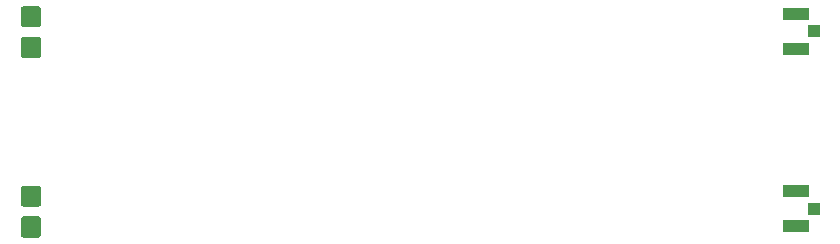
<source format=gbp>
G04 #@! TF.GenerationSoftware,KiCad,Pcbnew,(5.1.4)-1*
G04 #@! TF.CreationDate,2021-09-06T00:09:17-04:00*
G04 #@! TF.ProjectId,controller_power_filter,636f6e74-726f-46c6-9c65-725f706f7765,rev?*
G04 #@! TF.SameCoordinates,Original*
G04 #@! TF.FileFunction,Paste,Bot*
G04 #@! TF.FilePolarity,Positive*
%FSLAX46Y46*%
G04 Gerber Fmt 4.6, Leading zero omitted, Abs format (unit mm)*
G04 Created by KiCad (PCBNEW (5.1.4)-1) date 2021-09-06 00:09:17*
%MOMM*%
%LPD*%
G04 APERTURE LIST*
%ADD10R,2.200000X1.050000*%
%ADD11R,1.050000X1.000000*%
%ADD12C,0.100000*%
%ADD13C,1.750000*%
G04 APERTURE END LIST*
D10*
X181275000Y-138775000D03*
D11*
X182800000Y-140250000D03*
D10*
X181275000Y-141725000D03*
X181275000Y-123775000D03*
D11*
X182800000Y-125250000D03*
D10*
X181275000Y-126725000D03*
D12*
G36*
X117098768Y-138301475D02*
G01*
X117128496Y-138305885D01*
X117157650Y-138313187D01*
X117185947Y-138323312D01*
X117213115Y-138336162D01*
X117238893Y-138351612D01*
X117263033Y-138369516D01*
X117285301Y-138389699D01*
X117305484Y-138411967D01*
X117323388Y-138436107D01*
X117338838Y-138461885D01*
X117351688Y-138489053D01*
X117361813Y-138517350D01*
X117369115Y-138546504D01*
X117373525Y-138576232D01*
X117375000Y-138606250D01*
X117375000Y-139793750D01*
X117373525Y-139823768D01*
X117369115Y-139853496D01*
X117361813Y-139882650D01*
X117351688Y-139910947D01*
X117338838Y-139938115D01*
X117323388Y-139963893D01*
X117305484Y-139988033D01*
X117285301Y-140010301D01*
X117263033Y-140030484D01*
X117238893Y-140048388D01*
X117213115Y-140063838D01*
X117185947Y-140076688D01*
X117157650Y-140086813D01*
X117128496Y-140094115D01*
X117098768Y-140098525D01*
X117068750Y-140100000D01*
X115931250Y-140100000D01*
X115901232Y-140098525D01*
X115871504Y-140094115D01*
X115842350Y-140086813D01*
X115814053Y-140076688D01*
X115786885Y-140063838D01*
X115761107Y-140048388D01*
X115736967Y-140030484D01*
X115714699Y-140010301D01*
X115694516Y-139988033D01*
X115676612Y-139963893D01*
X115661162Y-139938115D01*
X115648312Y-139910947D01*
X115638187Y-139882650D01*
X115630885Y-139853496D01*
X115626475Y-139823768D01*
X115625000Y-139793750D01*
X115625000Y-138606250D01*
X115626475Y-138576232D01*
X115630885Y-138546504D01*
X115638187Y-138517350D01*
X115648312Y-138489053D01*
X115661162Y-138461885D01*
X115676612Y-138436107D01*
X115694516Y-138411967D01*
X115714699Y-138389699D01*
X115736967Y-138369516D01*
X115761107Y-138351612D01*
X115786885Y-138336162D01*
X115814053Y-138323312D01*
X115842350Y-138313187D01*
X115871504Y-138305885D01*
X115901232Y-138301475D01*
X115931250Y-138300000D01*
X117068750Y-138300000D01*
X117098768Y-138301475D01*
X117098768Y-138301475D01*
G37*
D13*
X116500000Y-139200000D03*
D12*
G36*
X117098768Y-140901475D02*
G01*
X117128496Y-140905885D01*
X117157650Y-140913187D01*
X117185947Y-140923312D01*
X117213115Y-140936162D01*
X117238893Y-140951612D01*
X117263033Y-140969516D01*
X117285301Y-140989699D01*
X117305484Y-141011967D01*
X117323388Y-141036107D01*
X117338838Y-141061885D01*
X117351688Y-141089053D01*
X117361813Y-141117350D01*
X117369115Y-141146504D01*
X117373525Y-141176232D01*
X117375000Y-141206250D01*
X117375000Y-142393750D01*
X117373525Y-142423768D01*
X117369115Y-142453496D01*
X117361813Y-142482650D01*
X117351688Y-142510947D01*
X117338838Y-142538115D01*
X117323388Y-142563893D01*
X117305484Y-142588033D01*
X117285301Y-142610301D01*
X117263033Y-142630484D01*
X117238893Y-142648388D01*
X117213115Y-142663838D01*
X117185947Y-142676688D01*
X117157650Y-142686813D01*
X117128496Y-142694115D01*
X117098768Y-142698525D01*
X117068750Y-142700000D01*
X115931250Y-142700000D01*
X115901232Y-142698525D01*
X115871504Y-142694115D01*
X115842350Y-142686813D01*
X115814053Y-142676688D01*
X115786885Y-142663838D01*
X115761107Y-142648388D01*
X115736967Y-142630484D01*
X115714699Y-142610301D01*
X115694516Y-142588033D01*
X115676612Y-142563893D01*
X115661162Y-142538115D01*
X115648312Y-142510947D01*
X115638187Y-142482650D01*
X115630885Y-142453496D01*
X115626475Y-142423768D01*
X115625000Y-142393750D01*
X115625000Y-141206250D01*
X115626475Y-141176232D01*
X115630885Y-141146504D01*
X115638187Y-141117350D01*
X115648312Y-141089053D01*
X115661162Y-141061885D01*
X115676612Y-141036107D01*
X115694516Y-141011967D01*
X115714699Y-140989699D01*
X115736967Y-140969516D01*
X115761107Y-140951612D01*
X115786885Y-140936162D01*
X115814053Y-140923312D01*
X115842350Y-140913187D01*
X115871504Y-140905885D01*
X115901232Y-140901475D01*
X115931250Y-140900000D01*
X117068750Y-140900000D01*
X117098768Y-140901475D01*
X117098768Y-140901475D01*
G37*
D13*
X116500000Y-141800000D03*
D12*
G36*
X117098768Y-123101475D02*
G01*
X117128496Y-123105885D01*
X117157650Y-123113187D01*
X117185947Y-123123312D01*
X117213115Y-123136162D01*
X117238893Y-123151612D01*
X117263033Y-123169516D01*
X117285301Y-123189699D01*
X117305484Y-123211967D01*
X117323388Y-123236107D01*
X117338838Y-123261885D01*
X117351688Y-123289053D01*
X117361813Y-123317350D01*
X117369115Y-123346504D01*
X117373525Y-123376232D01*
X117375000Y-123406250D01*
X117375000Y-124593750D01*
X117373525Y-124623768D01*
X117369115Y-124653496D01*
X117361813Y-124682650D01*
X117351688Y-124710947D01*
X117338838Y-124738115D01*
X117323388Y-124763893D01*
X117305484Y-124788033D01*
X117285301Y-124810301D01*
X117263033Y-124830484D01*
X117238893Y-124848388D01*
X117213115Y-124863838D01*
X117185947Y-124876688D01*
X117157650Y-124886813D01*
X117128496Y-124894115D01*
X117098768Y-124898525D01*
X117068750Y-124900000D01*
X115931250Y-124900000D01*
X115901232Y-124898525D01*
X115871504Y-124894115D01*
X115842350Y-124886813D01*
X115814053Y-124876688D01*
X115786885Y-124863838D01*
X115761107Y-124848388D01*
X115736967Y-124830484D01*
X115714699Y-124810301D01*
X115694516Y-124788033D01*
X115676612Y-124763893D01*
X115661162Y-124738115D01*
X115648312Y-124710947D01*
X115638187Y-124682650D01*
X115630885Y-124653496D01*
X115626475Y-124623768D01*
X115625000Y-124593750D01*
X115625000Y-123406250D01*
X115626475Y-123376232D01*
X115630885Y-123346504D01*
X115638187Y-123317350D01*
X115648312Y-123289053D01*
X115661162Y-123261885D01*
X115676612Y-123236107D01*
X115694516Y-123211967D01*
X115714699Y-123189699D01*
X115736967Y-123169516D01*
X115761107Y-123151612D01*
X115786885Y-123136162D01*
X115814053Y-123123312D01*
X115842350Y-123113187D01*
X115871504Y-123105885D01*
X115901232Y-123101475D01*
X115931250Y-123100000D01*
X117068750Y-123100000D01*
X117098768Y-123101475D01*
X117098768Y-123101475D01*
G37*
D13*
X116500000Y-124000000D03*
D12*
G36*
X117098768Y-125701475D02*
G01*
X117128496Y-125705885D01*
X117157650Y-125713187D01*
X117185947Y-125723312D01*
X117213115Y-125736162D01*
X117238893Y-125751612D01*
X117263033Y-125769516D01*
X117285301Y-125789699D01*
X117305484Y-125811967D01*
X117323388Y-125836107D01*
X117338838Y-125861885D01*
X117351688Y-125889053D01*
X117361813Y-125917350D01*
X117369115Y-125946504D01*
X117373525Y-125976232D01*
X117375000Y-126006250D01*
X117375000Y-127193750D01*
X117373525Y-127223768D01*
X117369115Y-127253496D01*
X117361813Y-127282650D01*
X117351688Y-127310947D01*
X117338838Y-127338115D01*
X117323388Y-127363893D01*
X117305484Y-127388033D01*
X117285301Y-127410301D01*
X117263033Y-127430484D01*
X117238893Y-127448388D01*
X117213115Y-127463838D01*
X117185947Y-127476688D01*
X117157650Y-127486813D01*
X117128496Y-127494115D01*
X117098768Y-127498525D01*
X117068750Y-127500000D01*
X115931250Y-127500000D01*
X115901232Y-127498525D01*
X115871504Y-127494115D01*
X115842350Y-127486813D01*
X115814053Y-127476688D01*
X115786885Y-127463838D01*
X115761107Y-127448388D01*
X115736967Y-127430484D01*
X115714699Y-127410301D01*
X115694516Y-127388033D01*
X115676612Y-127363893D01*
X115661162Y-127338115D01*
X115648312Y-127310947D01*
X115638187Y-127282650D01*
X115630885Y-127253496D01*
X115626475Y-127223768D01*
X115625000Y-127193750D01*
X115625000Y-126006250D01*
X115626475Y-125976232D01*
X115630885Y-125946504D01*
X115638187Y-125917350D01*
X115648312Y-125889053D01*
X115661162Y-125861885D01*
X115676612Y-125836107D01*
X115694516Y-125811967D01*
X115714699Y-125789699D01*
X115736967Y-125769516D01*
X115761107Y-125751612D01*
X115786885Y-125736162D01*
X115814053Y-125723312D01*
X115842350Y-125713187D01*
X115871504Y-125705885D01*
X115901232Y-125701475D01*
X115931250Y-125700000D01*
X117068750Y-125700000D01*
X117098768Y-125701475D01*
X117098768Y-125701475D01*
G37*
D13*
X116500000Y-126600000D03*
M02*

</source>
